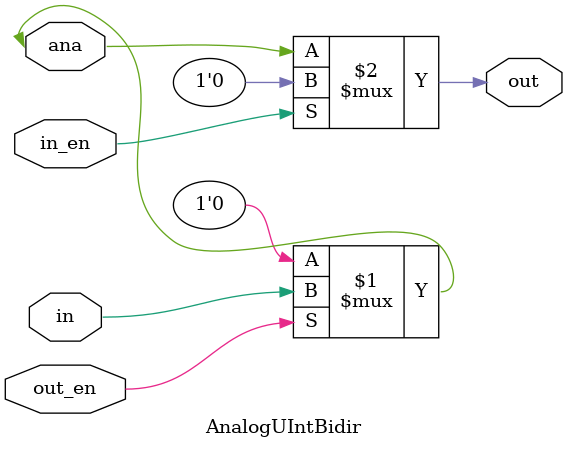
<source format=v>
`timescale 1ns/1ps

module AnalogToUInt #(
    parameter WIDTH = 1
) (
    inout [WIDTH-1:0] in,
    output [WIDTH-1:0] out
);
    assign out = in;
endmodule

module UIntToAnalog #(
    parameter WIDTH = 1
) (
    input [WIDTH-1:0] in,
    output [WIDTH-1:0] out,
    input en
);
    assign out = en ? in : {WIDTH{1'bZ}};
endmodule

module AnalogUIntBidir #(
    parameter WIDTH = 1
) (
    inout [WIDTH-1:0] ana,
    input [WIDTH-1:0] in,
    output [WIDTH-1:0] out,
    input in_en,
    input out_en
);
    assign ana = out_en ? in : {WIDTH{1'b0}};
    assign out = in_en ? {WIDTH{1'b0}} : ana;
endmodule
</source>
